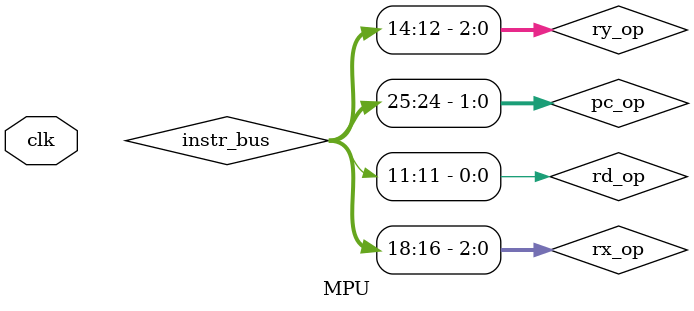
<source format=v>
`timescale 1ns / 1ps


module MPU(
    input clk
    );
    
    reg [7:0] r0 = 0;
    reg [7:0] r1 = 0;
    reg [7:0] r2 = 0;
    reg [7:0] r3 = 0;
    reg [7:0] r4 = 0;
    reg [7:0] r5 = 0;
    reg [7:0] r6 = 0;
    reg [7:0] pc = 0;
    
    wire [7:0]pc_addr = pc;
    wire [7:0]next_pc_addr;
    
    wire [7:0]data_bus;
    
    //Instruction wires
    wire [31:0]instr_bus;
    wire [1:0]pc_op = instr_bus[25:24];
    wire [1:0]alu_op=instr_bus[21:20];
    wire [2:0]rx_op=instr_bus[18:16];
    wire imm_op=instr_bus[15];
    wire [2:0]ry_op=instr_bus[14:12];
    wire rd_op=instr_bus[11];
    wire [2:0]d_op=instr_bus[10:8];
    wire [7:0]imm=instr_bus[7:0];
    
    //ALU
    wire comp_res;
    wire [7:0]alu_res;
    
    //R_MUXs
    wire [7:0] rx;
    wire [7:0] ry;
    wire [8*8-1:0]registers = {pc ,r6, r5, r4, r3, r2, r1, r0};
    wire [8*7-1:0]general_registers = {r6, r5, r4, r3, r2, r1, r0};
    wire [8*7-1:0]new_general_registers;
    
    localparam BYTE = 8;
    
    //CYCLE
    always @(posedge clk) begin
    
        r0 <= new_general_registers[BYTE-1:0];
        r1 <= new_general_registers[2*BYTE-1:BYTE];
        r2 <= new_general_registers[3*BYTE-1:2*BYTE];
        r3 <= new_general_registers[4*BYTE-1:3*BYTE];
        r4 <= new_general_registers[5*BYTE-1:4*BYTE];
        r5 <= new_general_registers[6*BYTE-1:5*BYTE];
        r6 <= new_general_registers[7*BYTE-1:6*BYTE];
        
        pc <= next_pc_addr;
    end
    
    
    PC_HANDLER mpu_pc_handler
    (
        .pc_addr(pc_addr),
        .cmp_res(comp_res),
        .pc_op(pc_op),
        .alu_res(alu_res),
    
        .next_pc_addr(next_pc_addr)
    );
    
    ALU mpu_alu(
    .rx(rx),
    .ry(ry),
    .imm(imm),
    .alu_op(alu_op),
    .imm_op(imm_op),
    
    .comp_res(comp_res),
    .alu_res(alu_res)
    );
    
    R_MUX rx_mux(
        .registers(registers),
        .selector(rx_op),
    
        .sel_register(rx)
    );
    
    R_MUX ry_mux(
        .registers(registers),
        .selector(ry_op),
    
        .sel_register(ry)
    );
    
    DECODER reg_dec
    (
         .selector(d_op),
         .rd_op(rd_op),
         .alu_res(alu_res),
         .data_bus(data_bus),
         .registers(general_registers),
    
        .new_general_registers(new_general_registers)
    );
    
    //MEM
    i_mem instuctions
    (
        .address(pc_addr),
        .data(instr_bus)
    );
    
    d_mem data
    (
        .address(alu_res),
        .data(data_bus)
    );
    
endmodule

</source>
